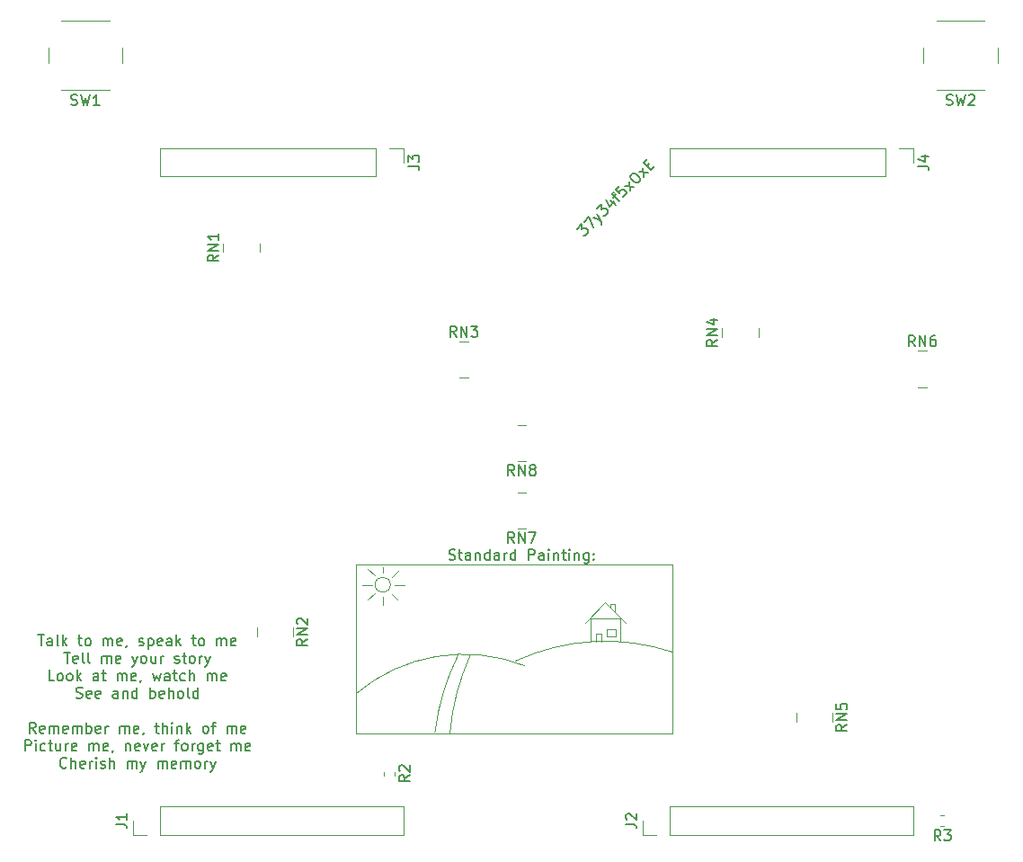
<source format=gbr>
G04 #@! TF.GenerationSoftware,KiCad,Pcbnew,5.1.5*
G04 #@! TF.CreationDate,2019-12-27T12:01:36+00:00*
G04 #@! TF.ProjectId,wkday,776b6461-792e-46b6-9963-61645f706362,rev?*
G04 #@! TF.SameCoordinates,Original*
G04 #@! TF.FileFunction,Legend,Top*
G04 #@! TF.FilePolarity,Positive*
%FSLAX46Y46*%
G04 Gerber Fmt 4.6, Leading zero omitted, Abs format (unit mm)*
G04 Created by KiCad (PCBNEW 5.1.5) date 2019-12-27 12:01:36*
%MOMM*%
%LPD*%
G04 APERTURE LIST*
%ADD10C,0.150000*%
%ADD11C,0.120000*%
G04 APERTURE END LIST*
D10*
X173842107Y-62365442D02*
X174279840Y-61927709D01*
X174313511Y-62432785D01*
X174414527Y-62331770D01*
X174515542Y-62298098D01*
X174582885Y-62298098D01*
X174683901Y-62331770D01*
X174852259Y-62500129D01*
X174885931Y-62601144D01*
X174885931Y-62668488D01*
X174852259Y-62769503D01*
X174650229Y-62971533D01*
X174549214Y-63005205D01*
X174481870Y-63005205D01*
X174515542Y-61692007D02*
X174986946Y-61220602D01*
X175391007Y-62230755D01*
X175424679Y-61254274D02*
X176064442Y-61557320D01*
X175761397Y-60917557D02*
X176064442Y-61557320D01*
X176165458Y-61793022D01*
X176165458Y-61860366D01*
X176131786Y-61961381D01*
X175727725Y-60479824D02*
X176165458Y-60042091D01*
X176199129Y-60547167D01*
X176300145Y-60446152D01*
X176401160Y-60412480D01*
X176468503Y-60412480D01*
X176569519Y-60446152D01*
X176737877Y-60614511D01*
X176771549Y-60715526D01*
X176771549Y-60782870D01*
X176737877Y-60883885D01*
X176535847Y-61085915D01*
X176434832Y-61119587D01*
X176367488Y-61119587D01*
X177007251Y-59671702D02*
X177478656Y-60143106D01*
X176569519Y-59570687D02*
X176906236Y-60244122D01*
X177343969Y-59806389D01*
X177276625Y-59402328D02*
X177546000Y-59132954D01*
X177849045Y-59772717D02*
X177242954Y-59166625D01*
X177209282Y-59065610D01*
X177242954Y-58964595D01*
X177310297Y-58897251D01*
X177882717Y-58324832D02*
X177546000Y-58661549D01*
X177849045Y-59031938D01*
X177849045Y-58964595D01*
X177882717Y-58863580D01*
X178051076Y-58695221D01*
X178152091Y-58661549D01*
X178219435Y-58661549D01*
X178320450Y-58695221D01*
X178488809Y-58863580D01*
X178522480Y-58964595D01*
X178522480Y-59031938D01*
X178488809Y-59132954D01*
X178320450Y-59301312D01*
X178219435Y-59334984D01*
X178152091Y-59334984D01*
X178859198Y-58762564D02*
X178758183Y-57920771D01*
X178387793Y-58291160D02*
X179229587Y-58392175D01*
X178926541Y-57281007D02*
X179061228Y-57146320D01*
X179162244Y-57112649D01*
X179296931Y-57112649D01*
X179465289Y-57213664D01*
X179700992Y-57449366D01*
X179802007Y-57617725D01*
X179802007Y-57752412D01*
X179768335Y-57853427D01*
X179633648Y-57988114D01*
X179532633Y-58021786D01*
X179397946Y-58021786D01*
X179229587Y-57920771D01*
X178993885Y-57685068D01*
X178892870Y-57516710D01*
X178892870Y-57382023D01*
X178926541Y-57281007D01*
X180172396Y-57449366D02*
X180071381Y-56607572D01*
X179700992Y-56977962D02*
X180542785Y-57078977D01*
X180441770Y-56439214D02*
X180677472Y-56203511D01*
X181148877Y-56472885D02*
X180812159Y-56809603D01*
X180105053Y-56102496D01*
X180441770Y-55765779D01*
D11*
X177419000Y-97663000D02*
X177419000Y-98425000D01*
X177038000Y-97663000D02*
X177419000Y-97663000D01*
X177038000Y-98044000D02*
X177038000Y-97663000D01*
D10*
X161822666Y-93495761D02*
X161965523Y-93543380D01*
X162203619Y-93543380D01*
X162298857Y-93495761D01*
X162346476Y-93448142D01*
X162394095Y-93352904D01*
X162394095Y-93257666D01*
X162346476Y-93162428D01*
X162298857Y-93114809D01*
X162203619Y-93067190D01*
X162013142Y-93019571D01*
X161917904Y-92971952D01*
X161870285Y-92924333D01*
X161822666Y-92829095D01*
X161822666Y-92733857D01*
X161870285Y-92638619D01*
X161917904Y-92591000D01*
X162013142Y-92543380D01*
X162251238Y-92543380D01*
X162394095Y-92591000D01*
X162679809Y-92876714D02*
X163060761Y-92876714D01*
X162822666Y-92543380D02*
X162822666Y-93400523D01*
X162870285Y-93495761D01*
X162965523Y-93543380D01*
X163060761Y-93543380D01*
X163822666Y-93543380D02*
X163822666Y-93019571D01*
X163775047Y-92924333D01*
X163679809Y-92876714D01*
X163489333Y-92876714D01*
X163394095Y-92924333D01*
X163822666Y-93495761D02*
X163727428Y-93543380D01*
X163489333Y-93543380D01*
X163394095Y-93495761D01*
X163346476Y-93400523D01*
X163346476Y-93305285D01*
X163394095Y-93210047D01*
X163489333Y-93162428D01*
X163727428Y-93162428D01*
X163822666Y-93114809D01*
X164298857Y-92876714D02*
X164298857Y-93543380D01*
X164298857Y-92971952D02*
X164346476Y-92924333D01*
X164441714Y-92876714D01*
X164584571Y-92876714D01*
X164679809Y-92924333D01*
X164727428Y-93019571D01*
X164727428Y-93543380D01*
X165632190Y-93543380D02*
X165632190Y-92543380D01*
X165632190Y-93495761D02*
X165536952Y-93543380D01*
X165346476Y-93543380D01*
X165251238Y-93495761D01*
X165203619Y-93448142D01*
X165156000Y-93352904D01*
X165156000Y-93067190D01*
X165203619Y-92971952D01*
X165251238Y-92924333D01*
X165346476Y-92876714D01*
X165536952Y-92876714D01*
X165632190Y-92924333D01*
X166536952Y-93543380D02*
X166536952Y-93019571D01*
X166489333Y-92924333D01*
X166394095Y-92876714D01*
X166203619Y-92876714D01*
X166108380Y-92924333D01*
X166536952Y-93495761D02*
X166441714Y-93543380D01*
X166203619Y-93543380D01*
X166108380Y-93495761D01*
X166060761Y-93400523D01*
X166060761Y-93305285D01*
X166108380Y-93210047D01*
X166203619Y-93162428D01*
X166441714Y-93162428D01*
X166536952Y-93114809D01*
X167013142Y-93543380D02*
X167013142Y-92876714D01*
X167013142Y-93067190D02*
X167060761Y-92971952D01*
X167108380Y-92924333D01*
X167203619Y-92876714D01*
X167298857Y-92876714D01*
X168060761Y-93543380D02*
X168060761Y-92543380D01*
X168060761Y-93495761D02*
X167965523Y-93543380D01*
X167775047Y-93543380D01*
X167679809Y-93495761D01*
X167632190Y-93448142D01*
X167584571Y-93352904D01*
X167584571Y-93067190D01*
X167632190Y-92971952D01*
X167679809Y-92924333D01*
X167775047Y-92876714D01*
X167965523Y-92876714D01*
X168060761Y-92924333D01*
X169298857Y-93543380D02*
X169298857Y-92543380D01*
X169679809Y-92543380D01*
X169775047Y-92591000D01*
X169822666Y-92638619D01*
X169870285Y-92733857D01*
X169870285Y-92876714D01*
X169822666Y-92971952D01*
X169775047Y-93019571D01*
X169679809Y-93067190D01*
X169298857Y-93067190D01*
X170727428Y-93543380D02*
X170727428Y-93019571D01*
X170679809Y-92924333D01*
X170584571Y-92876714D01*
X170394095Y-92876714D01*
X170298857Y-92924333D01*
X170727428Y-93495761D02*
X170632190Y-93543380D01*
X170394095Y-93543380D01*
X170298857Y-93495761D01*
X170251238Y-93400523D01*
X170251238Y-93305285D01*
X170298857Y-93210047D01*
X170394095Y-93162428D01*
X170632190Y-93162428D01*
X170727428Y-93114809D01*
X171203619Y-93543380D02*
X171203619Y-92876714D01*
X171203619Y-92543380D02*
X171156000Y-92591000D01*
X171203619Y-92638619D01*
X171251238Y-92591000D01*
X171203619Y-92543380D01*
X171203619Y-92638619D01*
X171679809Y-92876714D02*
X171679809Y-93543380D01*
X171679809Y-92971952D02*
X171727428Y-92924333D01*
X171822666Y-92876714D01*
X171965523Y-92876714D01*
X172060761Y-92924333D01*
X172108380Y-93019571D01*
X172108380Y-93543380D01*
X172441714Y-92876714D02*
X172822666Y-92876714D01*
X172584571Y-92543380D02*
X172584571Y-93400523D01*
X172632190Y-93495761D01*
X172727428Y-93543380D01*
X172822666Y-93543380D01*
X173156000Y-93543380D02*
X173156000Y-92876714D01*
X173156000Y-92543380D02*
X173108380Y-92591000D01*
X173156000Y-92638619D01*
X173203619Y-92591000D01*
X173156000Y-92543380D01*
X173156000Y-92638619D01*
X173632190Y-92876714D02*
X173632190Y-93543380D01*
X173632190Y-92971952D02*
X173679809Y-92924333D01*
X173775047Y-92876714D01*
X173917904Y-92876714D01*
X174013142Y-92924333D01*
X174060761Y-93019571D01*
X174060761Y-93543380D01*
X174965523Y-92876714D02*
X174965523Y-93686238D01*
X174917904Y-93781476D01*
X174870285Y-93829095D01*
X174775047Y-93876714D01*
X174632190Y-93876714D01*
X174536952Y-93829095D01*
X174965523Y-93495761D02*
X174870285Y-93543380D01*
X174679809Y-93543380D01*
X174584571Y-93495761D01*
X174536952Y-93448142D01*
X174489333Y-93352904D01*
X174489333Y-93067190D01*
X174536952Y-92971952D01*
X174584571Y-92924333D01*
X174679809Y-92876714D01*
X174870285Y-92876714D01*
X174965523Y-92924333D01*
X175441714Y-93448142D02*
X175489333Y-93495761D01*
X175441714Y-93543380D01*
X175394095Y-93495761D01*
X175441714Y-93448142D01*
X175441714Y-93543380D01*
X175441714Y-92924333D02*
X175489333Y-92971952D01*
X175441714Y-93019571D01*
X175394095Y-92971952D01*
X175441714Y-92924333D01*
X175441714Y-93019571D01*
D11*
X155575000Y-94742000D02*
X155575000Y-94234000D01*
X154813000Y-94996000D02*
X154178000Y-94361000D01*
X154559000Y-95885000D02*
X153670000Y-95885000D01*
X154813000Y-96647000D02*
X154178000Y-97282000D01*
X156464000Y-95123000D02*
X157099000Y-94488000D01*
X155575000Y-97028000D02*
X155575000Y-97790000D01*
X156464000Y-96774000D02*
X156972000Y-97282000D01*
X156718000Y-95885000D02*
X157607000Y-95885000D01*
X156293420Y-95885000D02*
G75*
G03X156293420Y-95885000I-718420J0D01*
G01*
X176530000Y-97536000D02*
X178435000Y-99441000D01*
X174625000Y-99441000D02*
X176530000Y-97536000D01*
X177546000Y-100076000D02*
X176657000Y-100076000D01*
X177546000Y-100711000D02*
X177546000Y-100076000D01*
X176657000Y-100711000D02*
X177546000Y-100711000D01*
X176657000Y-100076000D02*
X176657000Y-100711000D01*
X176149000Y-100457000D02*
X176149000Y-101219000D01*
X175641000Y-100457000D02*
X176149000Y-100457000D01*
X175641000Y-100457000D02*
X175641000Y-101219000D01*
X177927000Y-99060000D02*
X177927000Y-101219000D01*
X175133000Y-99060000D02*
X177927000Y-99060000D01*
X175133000Y-101219000D02*
X175133000Y-99060000D01*
X161898450Y-109830675D02*
G75*
G02X163830001Y-102489001I22251550J-1929325D01*
G01*
X160492927Y-109796958D02*
G75*
G02X162687001Y-102489001I21498073J-2471042D01*
G01*
X168073890Y-103071841D02*
G75*
G02X182879999Y-102235001I8456110J-18213159D01*
G01*
X153037708Y-106160245D02*
G75*
G02X168909999Y-103505001I10157292J-11949755D01*
G01*
X153035000Y-93980000D02*
X153035000Y-109855000D01*
X182880000Y-93980000D02*
X153035000Y-93980000D01*
X182880000Y-109855000D02*
X182880000Y-93980000D01*
X153035000Y-109855000D02*
X182880000Y-109855000D01*
D10*
X123103857Y-100611380D02*
X123675285Y-100611380D01*
X123389571Y-101611380D02*
X123389571Y-100611380D01*
X124437190Y-101611380D02*
X124437190Y-101087571D01*
X124389571Y-100992333D01*
X124294333Y-100944714D01*
X124103857Y-100944714D01*
X124008619Y-100992333D01*
X124437190Y-101563761D02*
X124341952Y-101611380D01*
X124103857Y-101611380D01*
X124008619Y-101563761D01*
X123961000Y-101468523D01*
X123961000Y-101373285D01*
X124008619Y-101278047D01*
X124103857Y-101230428D01*
X124341952Y-101230428D01*
X124437190Y-101182809D01*
X125056238Y-101611380D02*
X124961000Y-101563761D01*
X124913380Y-101468523D01*
X124913380Y-100611380D01*
X125437190Y-101611380D02*
X125437190Y-100611380D01*
X125532428Y-101230428D02*
X125818142Y-101611380D01*
X125818142Y-100944714D02*
X125437190Y-101325666D01*
X126865761Y-100944714D02*
X127246714Y-100944714D01*
X127008619Y-100611380D02*
X127008619Y-101468523D01*
X127056238Y-101563761D01*
X127151476Y-101611380D01*
X127246714Y-101611380D01*
X127722904Y-101611380D02*
X127627666Y-101563761D01*
X127580047Y-101516142D01*
X127532428Y-101420904D01*
X127532428Y-101135190D01*
X127580047Y-101039952D01*
X127627666Y-100992333D01*
X127722904Y-100944714D01*
X127865761Y-100944714D01*
X127961000Y-100992333D01*
X128008619Y-101039952D01*
X128056238Y-101135190D01*
X128056238Y-101420904D01*
X128008619Y-101516142D01*
X127961000Y-101563761D01*
X127865761Y-101611380D01*
X127722904Y-101611380D01*
X129246714Y-101611380D02*
X129246714Y-100944714D01*
X129246714Y-101039952D02*
X129294333Y-100992333D01*
X129389571Y-100944714D01*
X129532428Y-100944714D01*
X129627666Y-100992333D01*
X129675285Y-101087571D01*
X129675285Y-101611380D01*
X129675285Y-101087571D02*
X129722904Y-100992333D01*
X129818142Y-100944714D01*
X129961000Y-100944714D01*
X130056238Y-100992333D01*
X130103857Y-101087571D01*
X130103857Y-101611380D01*
X130961000Y-101563761D02*
X130865761Y-101611380D01*
X130675285Y-101611380D01*
X130580047Y-101563761D01*
X130532428Y-101468523D01*
X130532428Y-101087571D01*
X130580047Y-100992333D01*
X130675285Y-100944714D01*
X130865761Y-100944714D01*
X130961000Y-100992333D01*
X131008619Y-101087571D01*
X131008619Y-101182809D01*
X130532428Y-101278047D01*
X131484809Y-101563761D02*
X131484809Y-101611380D01*
X131437190Y-101706619D01*
X131389571Y-101754238D01*
X132627666Y-101563761D02*
X132722904Y-101611380D01*
X132913380Y-101611380D01*
X133008619Y-101563761D01*
X133056238Y-101468523D01*
X133056238Y-101420904D01*
X133008619Y-101325666D01*
X132913380Y-101278047D01*
X132770523Y-101278047D01*
X132675285Y-101230428D01*
X132627666Y-101135190D01*
X132627666Y-101087571D01*
X132675285Y-100992333D01*
X132770523Y-100944714D01*
X132913380Y-100944714D01*
X133008619Y-100992333D01*
X133484809Y-100944714D02*
X133484809Y-101944714D01*
X133484809Y-100992333D02*
X133580047Y-100944714D01*
X133770523Y-100944714D01*
X133865761Y-100992333D01*
X133913380Y-101039952D01*
X133961000Y-101135190D01*
X133961000Y-101420904D01*
X133913380Y-101516142D01*
X133865761Y-101563761D01*
X133770523Y-101611380D01*
X133580047Y-101611380D01*
X133484809Y-101563761D01*
X134770523Y-101563761D02*
X134675285Y-101611380D01*
X134484809Y-101611380D01*
X134389571Y-101563761D01*
X134341952Y-101468523D01*
X134341952Y-101087571D01*
X134389571Y-100992333D01*
X134484809Y-100944714D01*
X134675285Y-100944714D01*
X134770523Y-100992333D01*
X134818142Y-101087571D01*
X134818142Y-101182809D01*
X134341952Y-101278047D01*
X135675285Y-101611380D02*
X135675285Y-101087571D01*
X135627666Y-100992333D01*
X135532428Y-100944714D01*
X135341952Y-100944714D01*
X135246714Y-100992333D01*
X135675285Y-101563761D02*
X135580047Y-101611380D01*
X135341952Y-101611380D01*
X135246714Y-101563761D01*
X135199095Y-101468523D01*
X135199095Y-101373285D01*
X135246714Y-101278047D01*
X135341952Y-101230428D01*
X135580047Y-101230428D01*
X135675285Y-101182809D01*
X136151476Y-101611380D02*
X136151476Y-100611380D01*
X136246714Y-101230428D02*
X136532428Y-101611380D01*
X136532428Y-100944714D02*
X136151476Y-101325666D01*
X137580047Y-100944714D02*
X137961000Y-100944714D01*
X137722904Y-100611380D02*
X137722904Y-101468523D01*
X137770523Y-101563761D01*
X137865761Y-101611380D01*
X137961000Y-101611380D01*
X138437190Y-101611380D02*
X138341952Y-101563761D01*
X138294333Y-101516142D01*
X138246714Y-101420904D01*
X138246714Y-101135190D01*
X138294333Y-101039952D01*
X138341952Y-100992333D01*
X138437190Y-100944714D01*
X138580047Y-100944714D01*
X138675285Y-100992333D01*
X138722904Y-101039952D01*
X138770523Y-101135190D01*
X138770523Y-101420904D01*
X138722904Y-101516142D01*
X138675285Y-101563761D01*
X138580047Y-101611380D01*
X138437190Y-101611380D01*
X139961000Y-101611380D02*
X139961000Y-100944714D01*
X139961000Y-101039952D02*
X140008619Y-100992333D01*
X140103857Y-100944714D01*
X140246714Y-100944714D01*
X140341952Y-100992333D01*
X140389571Y-101087571D01*
X140389571Y-101611380D01*
X140389571Y-101087571D02*
X140437190Y-100992333D01*
X140532428Y-100944714D01*
X140675285Y-100944714D01*
X140770523Y-100992333D01*
X140818142Y-101087571D01*
X140818142Y-101611380D01*
X141675285Y-101563761D02*
X141580047Y-101611380D01*
X141389571Y-101611380D01*
X141294333Y-101563761D01*
X141246714Y-101468523D01*
X141246714Y-101087571D01*
X141294333Y-100992333D01*
X141389571Y-100944714D01*
X141580047Y-100944714D01*
X141675285Y-100992333D01*
X141722904Y-101087571D01*
X141722904Y-101182809D01*
X141246714Y-101278047D01*
X125556238Y-102261380D02*
X126127666Y-102261380D01*
X125841952Y-103261380D02*
X125841952Y-102261380D01*
X126841952Y-103213761D02*
X126746714Y-103261380D01*
X126556238Y-103261380D01*
X126461000Y-103213761D01*
X126413380Y-103118523D01*
X126413380Y-102737571D01*
X126461000Y-102642333D01*
X126556238Y-102594714D01*
X126746714Y-102594714D01*
X126841952Y-102642333D01*
X126889571Y-102737571D01*
X126889571Y-102832809D01*
X126413380Y-102928047D01*
X127461000Y-103261380D02*
X127365761Y-103213761D01*
X127318142Y-103118523D01*
X127318142Y-102261380D01*
X127984809Y-103261380D02*
X127889571Y-103213761D01*
X127841952Y-103118523D01*
X127841952Y-102261380D01*
X129127666Y-103261380D02*
X129127666Y-102594714D01*
X129127666Y-102689952D02*
X129175285Y-102642333D01*
X129270523Y-102594714D01*
X129413380Y-102594714D01*
X129508619Y-102642333D01*
X129556238Y-102737571D01*
X129556238Y-103261380D01*
X129556238Y-102737571D02*
X129603857Y-102642333D01*
X129699095Y-102594714D01*
X129841952Y-102594714D01*
X129937190Y-102642333D01*
X129984809Y-102737571D01*
X129984809Y-103261380D01*
X130841952Y-103213761D02*
X130746714Y-103261380D01*
X130556238Y-103261380D01*
X130461000Y-103213761D01*
X130413380Y-103118523D01*
X130413380Y-102737571D01*
X130461000Y-102642333D01*
X130556238Y-102594714D01*
X130746714Y-102594714D01*
X130841952Y-102642333D01*
X130889571Y-102737571D01*
X130889571Y-102832809D01*
X130413380Y-102928047D01*
X131984809Y-102594714D02*
X132222904Y-103261380D01*
X132461000Y-102594714D02*
X132222904Y-103261380D01*
X132127666Y-103499476D01*
X132080047Y-103547095D01*
X131984809Y-103594714D01*
X132984809Y-103261380D02*
X132889571Y-103213761D01*
X132841952Y-103166142D01*
X132794333Y-103070904D01*
X132794333Y-102785190D01*
X132841952Y-102689952D01*
X132889571Y-102642333D01*
X132984809Y-102594714D01*
X133127666Y-102594714D01*
X133222904Y-102642333D01*
X133270523Y-102689952D01*
X133318142Y-102785190D01*
X133318142Y-103070904D01*
X133270523Y-103166142D01*
X133222904Y-103213761D01*
X133127666Y-103261380D01*
X132984809Y-103261380D01*
X134175285Y-102594714D02*
X134175285Y-103261380D01*
X133746714Y-102594714D02*
X133746714Y-103118523D01*
X133794333Y-103213761D01*
X133889571Y-103261380D01*
X134032428Y-103261380D01*
X134127666Y-103213761D01*
X134175285Y-103166142D01*
X134651476Y-103261380D02*
X134651476Y-102594714D01*
X134651476Y-102785190D02*
X134699095Y-102689952D01*
X134746714Y-102642333D01*
X134841952Y-102594714D01*
X134937190Y-102594714D01*
X135984809Y-103213761D02*
X136080047Y-103261380D01*
X136270523Y-103261380D01*
X136365761Y-103213761D01*
X136413380Y-103118523D01*
X136413380Y-103070904D01*
X136365761Y-102975666D01*
X136270523Y-102928047D01*
X136127666Y-102928047D01*
X136032428Y-102880428D01*
X135984809Y-102785190D01*
X135984809Y-102737571D01*
X136032428Y-102642333D01*
X136127666Y-102594714D01*
X136270523Y-102594714D01*
X136365761Y-102642333D01*
X136699095Y-102594714D02*
X137080047Y-102594714D01*
X136841952Y-102261380D02*
X136841952Y-103118523D01*
X136889571Y-103213761D01*
X136984809Y-103261380D01*
X137080047Y-103261380D01*
X137556238Y-103261380D02*
X137461000Y-103213761D01*
X137413380Y-103166142D01*
X137365761Y-103070904D01*
X137365761Y-102785190D01*
X137413380Y-102689952D01*
X137461000Y-102642333D01*
X137556238Y-102594714D01*
X137699095Y-102594714D01*
X137794333Y-102642333D01*
X137841952Y-102689952D01*
X137889571Y-102785190D01*
X137889571Y-103070904D01*
X137841952Y-103166142D01*
X137794333Y-103213761D01*
X137699095Y-103261380D01*
X137556238Y-103261380D01*
X138318142Y-103261380D02*
X138318142Y-102594714D01*
X138318142Y-102785190D02*
X138365761Y-102689952D01*
X138413380Y-102642333D01*
X138508619Y-102594714D01*
X138603857Y-102594714D01*
X138841952Y-102594714D02*
X139080047Y-103261380D01*
X139318142Y-102594714D02*
X139080047Y-103261380D01*
X138984809Y-103499476D01*
X138937190Y-103547095D01*
X138841952Y-103594714D01*
X124627666Y-104911380D02*
X124151476Y-104911380D01*
X124151476Y-103911380D01*
X125103857Y-104911380D02*
X125008619Y-104863761D01*
X124961000Y-104816142D01*
X124913380Y-104720904D01*
X124913380Y-104435190D01*
X124961000Y-104339952D01*
X125008619Y-104292333D01*
X125103857Y-104244714D01*
X125246714Y-104244714D01*
X125341952Y-104292333D01*
X125389571Y-104339952D01*
X125437190Y-104435190D01*
X125437190Y-104720904D01*
X125389571Y-104816142D01*
X125341952Y-104863761D01*
X125246714Y-104911380D01*
X125103857Y-104911380D01*
X126008619Y-104911380D02*
X125913380Y-104863761D01*
X125865761Y-104816142D01*
X125818142Y-104720904D01*
X125818142Y-104435190D01*
X125865761Y-104339952D01*
X125913380Y-104292333D01*
X126008619Y-104244714D01*
X126151476Y-104244714D01*
X126246714Y-104292333D01*
X126294333Y-104339952D01*
X126341952Y-104435190D01*
X126341952Y-104720904D01*
X126294333Y-104816142D01*
X126246714Y-104863761D01*
X126151476Y-104911380D01*
X126008619Y-104911380D01*
X126770523Y-104911380D02*
X126770523Y-103911380D01*
X126865761Y-104530428D02*
X127151476Y-104911380D01*
X127151476Y-104244714D02*
X126770523Y-104625666D01*
X128770523Y-104911380D02*
X128770523Y-104387571D01*
X128722904Y-104292333D01*
X128627666Y-104244714D01*
X128437190Y-104244714D01*
X128341952Y-104292333D01*
X128770523Y-104863761D02*
X128675285Y-104911380D01*
X128437190Y-104911380D01*
X128341952Y-104863761D01*
X128294333Y-104768523D01*
X128294333Y-104673285D01*
X128341952Y-104578047D01*
X128437190Y-104530428D01*
X128675285Y-104530428D01*
X128770523Y-104482809D01*
X129103857Y-104244714D02*
X129484809Y-104244714D01*
X129246714Y-103911380D02*
X129246714Y-104768523D01*
X129294333Y-104863761D01*
X129389571Y-104911380D01*
X129484809Y-104911380D01*
X130580047Y-104911380D02*
X130580047Y-104244714D01*
X130580047Y-104339952D02*
X130627666Y-104292333D01*
X130722904Y-104244714D01*
X130865761Y-104244714D01*
X130961000Y-104292333D01*
X131008619Y-104387571D01*
X131008619Y-104911380D01*
X131008619Y-104387571D02*
X131056238Y-104292333D01*
X131151476Y-104244714D01*
X131294333Y-104244714D01*
X131389571Y-104292333D01*
X131437190Y-104387571D01*
X131437190Y-104911380D01*
X132294333Y-104863761D02*
X132199095Y-104911380D01*
X132008619Y-104911380D01*
X131913380Y-104863761D01*
X131865761Y-104768523D01*
X131865761Y-104387571D01*
X131913380Y-104292333D01*
X132008619Y-104244714D01*
X132199095Y-104244714D01*
X132294333Y-104292333D01*
X132341952Y-104387571D01*
X132341952Y-104482809D01*
X131865761Y-104578047D01*
X132818142Y-104863761D02*
X132818142Y-104911380D01*
X132770523Y-105006619D01*
X132722904Y-105054238D01*
X133913380Y-104244714D02*
X134103857Y-104911380D01*
X134294333Y-104435190D01*
X134484809Y-104911380D01*
X134675285Y-104244714D01*
X135484809Y-104911380D02*
X135484809Y-104387571D01*
X135437190Y-104292333D01*
X135341952Y-104244714D01*
X135151476Y-104244714D01*
X135056238Y-104292333D01*
X135484809Y-104863761D02*
X135389571Y-104911380D01*
X135151476Y-104911380D01*
X135056238Y-104863761D01*
X135008619Y-104768523D01*
X135008619Y-104673285D01*
X135056238Y-104578047D01*
X135151476Y-104530428D01*
X135389571Y-104530428D01*
X135484809Y-104482809D01*
X135818142Y-104244714D02*
X136199095Y-104244714D01*
X135961000Y-103911380D02*
X135961000Y-104768523D01*
X136008619Y-104863761D01*
X136103857Y-104911380D01*
X136199095Y-104911380D01*
X136961000Y-104863761D02*
X136865761Y-104911380D01*
X136675285Y-104911380D01*
X136580047Y-104863761D01*
X136532428Y-104816142D01*
X136484809Y-104720904D01*
X136484809Y-104435190D01*
X136532428Y-104339952D01*
X136580047Y-104292333D01*
X136675285Y-104244714D01*
X136865761Y-104244714D01*
X136961000Y-104292333D01*
X137389571Y-104911380D02*
X137389571Y-103911380D01*
X137818142Y-104911380D02*
X137818142Y-104387571D01*
X137770523Y-104292333D01*
X137675285Y-104244714D01*
X137532428Y-104244714D01*
X137437190Y-104292333D01*
X137389571Y-104339952D01*
X139056238Y-104911380D02*
X139056238Y-104244714D01*
X139056238Y-104339952D02*
X139103857Y-104292333D01*
X139199095Y-104244714D01*
X139341952Y-104244714D01*
X139437190Y-104292333D01*
X139484809Y-104387571D01*
X139484809Y-104911380D01*
X139484809Y-104387571D02*
X139532428Y-104292333D01*
X139627666Y-104244714D01*
X139770523Y-104244714D01*
X139865761Y-104292333D01*
X139913380Y-104387571D01*
X139913380Y-104911380D01*
X140770523Y-104863761D02*
X140675285Y-104911380D01*
X140484809Y-104911380D01*
X140389571Y-104863761D01*
X140341952Y-104768523D01*
X140341952Y-104387571D01*
X140389571Y-104292333D01*
X140484809Y-104244714D01*
X140675285Y-104244714D01*
X140770523Y-104292333D01*
X140818142Y-104387571D01*
X140818142Y-104482809D01*
X140341952Y-104578047D01*
X126699095Y-106513761D02*
X126841952Y-106561380D01*
X127080047Y-106561380D01*
X127175285Y-106513761D01*
X127222904Y-106466142D01*
X127270523Y-106370904D01*
X127270523Y-106275666D01*
X127222904Y-106180428D01*
X127175285Y-106132809D01*
X127080047Y-106085190D01*
X126889571Y-106037571D01*
X126794333Y-105989952D01*
X126746714Y-105942333D01*
X126699095Y-105847095D01*
X126699095Y-105751857D01*
X126746714Y-105656619D01*
X126794333Y-105609000D01*
X126889571Y-105561380D01*
X127127666Y-105561380D01*
X127270523Y-105609000D01*
X128080047Y-106513761D02*
X127984809Y-106561380D01*
X127794333Y-106561380D01*
X127699095Y-106513761D01*
X127651476Y-106418523D01*
X127651476Y-106037571D01*
X127699095Y-105942333D01*
X127794333Y-105894714D01*
X127984809Y-105894714D01*
X128080047Y-105942333D01*
X128127666Y-106037571D01*
X128127666Y-106132809D01*
X127651476Y-106228047D01*
X128937190Y-106513761D02*
X128841952Y-106561380D01*
X128651476Y-106561380D01*
X128556238Y-106513761D01*
X128508619Y-106418523D01*
X128508619Y-106037571D01*
X128556238Y-105942333D01*
X128651476Y-105894714D01*
X128841952Y-105894714D01*
X128937190Y-105942333D01*
X128984809Y-106037571D01*
X128984809Y-106132809D01*
X128508619Y-106228047D01*
X130603857Y-106561380D02*
X130603857Y-106037571D01*
X130556238Y-105942333D01*
X130461000Y-105894714D01*
X130270523Y-105894714D01*
X130175285Y-105942333D01*
X130603857Y-106513761D02*
X130508619Y-106561380D01*
X130270523Y-106561380D01*
X130175285Y-106513761D01*
X130127666Y-106418523D01*
X130127666Y-106323285D01*
X130175285Y-106228047D01*
X130270523Y-106180428D01*
X130508619Y-106180428D01*
X130603857Y-106132809D01*
X131080047Y-105894714D02*
X131080047Y-106561380D01*
X131080047Y-105989952D02*
X131127666Y-105942333D01*
X131222904Y-105894714D01*
X131365761Y-105894714D01*
X131461000Y-105942333D01*
X131508619Y-106037571D01*
X131508619Y-106561380D01*
X132413380Y-106561380D02*
X132413380Y-105561380D01*
X132413380Y-106513761D02*
X132318142Y-106561380D01*
X132127666Y-106561380D01*
X132032428Y-106513761D01*
X131984809Y-106466142D01*
X131937190Y-106370904D01*
X131937190Y-106085190D01*
X131984809Y-105989952D01*
X132032428Y-105942333D01*
X132127666Y-105894714D01*
X132318142Y-105894714D01*
X132413380Y-105942333D01*
X133651476Y-106561380D02*
X133651476Y-105561380D01*
X133651476Y-105942333D02*
X133746714Y-105894714D01*
X133937190Y-105894714D01*
X134032428Y-105942333D01*
X134080047Y-105989952D01*
X134127666Y-106085190D01*
X134127666Y-106370904D01*
X134080047Y-106466142D01*
X134032428Y-106513761D01*
X133937190Y-106561380D01*
X133746714Y-106561380D01*
X133651476Y-106513761D01*
X134937190Y-106513761D02*
X134841952Y-106561380D01*
X134651476Y-106561380D01*
X134556238Y-106513761D01*
X134508619Y-106418523D01*
X134508619Y-106037571D01*
X134556238Y-105942333D01*
X134651476Y-105894714D01*
X134841952Y-105894714D01*
X134937190Y-105942333D01*
X134984809Y-106037571D01*
X134984809Y-106132809D01*
X134508619Y-106228047D01*
X135413380Y-106561380D02*
X135413380Y-105561380D01*
X135841952Y-106561380D02*
X135841952Y-106037571D01*
X135794333Y-105942333D01*
X135699095Y-105894714D01*
X135556238Y-105894714D01*
X135461000Y-105942333D01*
X135413380Y-105989952D01*
X136461000Y-106561380D02*
X136365761Y-106513761D01*
X136318142Y-106466142D01*
X136270523Y-106370904D01*
X136270523Y-106085190D01*
X136318142Y-105989952D01*
X136365761Y-105942333D01*
X136461000Y-105894714D01*
X136603857Y-105894714D01*
X136699095Y-105942333D01*
X136746714Y-105989952D01*
X136794333Y-106085190D01*
X136794333Y-106370904D01*
X136746714Y-106466142D01*
X136699095Y-106513761D01*
X136603857Y-106561380D01*
X136461000Y-106561380D01*
X137365761Y-106561380D02*
X137270523Y-106513761D01*
X137222904Y-106418523D01*
X137222904Y-105561380D01*
X138175285Y-106561380D02*
X138175285Y-105561380D01*
X138175285Y-106513761D02*
X138080047Y-106561380D01*
X137889571Y-106561380D01*
X137794333Y-106513761D01*
X137746714Y-106466142D01*
X137699095Y-106370904D01*
X137699095Y-106085190D01*
X137746714Y-105989952D01*
X137794333Y-105942333D01*
X137889571Y-105894714D01*
X138080047Y-105894714D01*
X138175285Y-105942333D01*
X122865761Y-109861380D02*
X122532428Y-109385190D01*
X122294333Y-109861380D02*
X122294333Y-108861380D01*
X122675285Y-108861380D01*
X122770523Y-108909000D01*
X122818142Y-108956619D01*
X122865761Y-109051857D01*
X122865761Y-109194714D01*
X122818142Y-109289952D01*
X122770523Y-109337571D01*
X122675285Y-109385190D01*
X122294333Y-109385190D01*
X123675285Y-109813761D02*
X123580047Y-109861380D01*
X123389571Y-109861380D01*
X123294333Y-109813761D01*
X123246714Y-109718523D01*
X123246714Y-109337571D01*
X123294333Y-109242333D01*
X123389571Y-109194714D01*
X123580047Y-109194714D01*
X123675285Y-109242333D01*
X123722904Y-109337571D01*
X123722904Y-109432809D01*
X123246714Y-109528047D01*
X124151476Y-109861380D02*
X124151476Y-109194714D01*
X124151476Y-109289952D02*
X124199095Y-109242333D01*
X124294333Y-109194714D01*
X124437190Y-109194714D01*
X124532428Y-109242333D01*
X124580047Y-109337571D01*
X124580047Y-109861380D01*
X124580047Y-109337571D02*
X124627666Y-109242333D01*
X124722904Y-109194714D01*
X124865761Y-109194714D01*
X124961000Y-109242333D01*
X125008619Y-109337571D01*
X125008619Y-109861380D01*
X125865761Y-109813761D02*
X125770523Y-109861380D01*
X125580047Y-109861380D01*
X125484809Y-109813761D01*
X125437190Y-109718523D01*
X125437190Y-109337571D01*
X125484809Y-109242333D01*
X125580047Y-109194714D01*
X125770523Y-109194714D01*
X125865761Y-109242333D01*
X125913380Y-109337571D01*
X125913380Y-109432809D01*
X125437190Y-109528047D01*
X126341952Y-109861380D02*
X126341952Y-109194714D01*
X126341952Y-109289952D02*
X126389571Y-109242333D01*
X126484809Y-109194714D01*
X126627666Y-109194714D01*
X126722904Y-109242333D01*
X126770523Y-109337571D01*
X126770523Y-109861380D01*
X126770523Y-109337571D02*
X126818142Y-109242333D01*
X126913380Y-109194714D01*
X127056238Y-109194714D01*
X127151476Y-109242333D01*
X127199095Y-109337571D01*
X127199095Y-109861380D01*
X127675285Y-109861380D02*
X127675285Y-108861380D01*
X127675285Y-109242333D02*
X127770523Y-109194714D01*
X127961000Y-109194714D01*
X128056238Y-109242333D01*
X128103857Y-109289952D01*
X128151476Y-109385190D01*
X128151476Y-109670904D01*
X128103857Y-109766142D01*
X128056238Y-109813761D01*
X127961000Y-109861380D01*
X127770523Y-109861380D01*
X127675285Y-109813761D01*
X128961000Y-109813761D02*
X128865761Y-109861380D01*
X128675285Y-109861380D01*
X128580047Y-109813761D01*
X128532428Y-109718523D01*
X128532428Y-109337571D01*
X128580047Y-109242333D01*
X128675285Y-109194714D01*
X128865761Y-109194714D01*
X128961000Y-109242333D01*
X129008619Y-109337571D01*
X129008619Y-109432809D01*
X128532428Y-109528047D01*
X129437190Y-109861380D02*
X129437190Y-109194714D01*
X129437190Y-109385190D02*
X129484809Y-109289952D01*
X129532428Y-109242333D01*
X129627666Y-109194714D01*
X129722904Y-109194714D01*
X130818142Y-109861380D02*
X130818142Y-109194714D01*
X130818142Y-109289952D02*
X130865761Y-109242333D01*
X130961000Y-109194714D01*
X131103857Y-109194714D01*
X131199095Y-109242333D01*
X131246714Y-109337571D01*
X131246714Y-109861380D01*
X131246714Y-109337571D02*
X131294333Y-109242333D01*
X131389571Y-109194714D01*
X131532428Y-109194714D01*
X131627666Y-109242333D01*
X131675285Y-109337571D01*
X131675285Y-109861380D01*
X132532428Y-109813761D02*
X132437190Y-109861380D01*
X132246714Y-109861380D01*
X132151476Y-109813761D01*
X132103857Y-109718523D01*
X132103857Y-109337571D01*
X132151476Y-109242333D01*
X132246714Y-109194714D01*
X132437190Y-109194714D01*
X132532428Y-109242333D01*
X132580047Y-109337571D01*
X132580047Y-109432809D01*
X132103857Y-109528047D01*
X133056238Y-109813761D02*
X133056238Y-109861380D01*
X133008619Y-109956619D01*
X132961000Y-110004238D01*
X134103857Y-109194714D02*
X134484809Y-109194714D01*
X134246714Y-108861380D02*
X134246714Y-109718523D01*
X134294333Y-109813761D01*
X134389571Y-109861380D01*
X134484809Y-109861380D01*
X134818142Y-109861380D02*
X134818142Y-108861380D01*
X135246714Y-109861380D02*
X135246714Y-109337571D01*
X135199095Y-109242333D01*
X135103857Y-109194714D01*
X134961000Y-109194714D01*
X134865761Y-109242333D01*
X134818142Y-109289952D01*
X135722904Y-109861380D02*
X135722904Y-109194714D01*
X135722904Y-108861380D02*
X135675285Y-108909000D01*
X135722904Y-108956619D01*
X135770523Y-108909000D01*
X135722904Y-108861380D01*
X135722904Y-108956619D01*
X136199095Y-109194714D02*
X136199095Y-109861380D01*
X136199095Y-109289952D02*
X136246714Y-109242333D01*
X136341952Y-109194714D01*
X136484809Y-109194714D01*
X136580047Y-109242333D01*
X136627666Y-109337571D01*
X136627666Y-109861380D01*
X137103857Y-109861380D02*
X137103857Y-108861380D01*
X137199095Y-109480428D02*
X137484809Y-109861380D01*
X137484809Y-109194714D02*
X137103857Y-109575666D01*
X138818142Y-109861380D02*
X138722904Y-109813761D01*
X138675285Y-109766142D01*
X138627666Y-109670904D01*
X138627666Y-109385190D01*
X138675285Y-109289952D01*
X138722904Y-109242333D01*
X138818142Y-109194714D01*
X138961000Y-109194714D01*
X139056238Y-109242333D01*
X139103857Y-109289952D01*
X139151476Y-109385190D01*
X139151476Y-109670904D01*
X139103857Y-109766142D01*
X139056238Y-109813761D01*
X138961000Y-109861380D01*
X138818142Y-109861380D01*
X139437190Y-109194714D02*
X139818142Y-109194714D01*
X139580047Y-109861380D02*
X139580047Y-109004238D01*
X139627666Y-108909000D01*
X139722904Y-108861380D01*
X139818142Y-108861380D01*
X140913380Y-109861380D02*
X140913380Y-109194714D01*
X140913380Y-109289952D02*
X140961000Y-109242333D01*
X141056238Y-109194714D01*
X141199095Y-109194714D01*
X141294333Y-109242333D01*
X141341952Y-109337571D01*
X141341952Y-109861380D01*
X141341952Y-109337571D02*
X141389571Y-109242333D01*
X141484809Y-109194714D01*
X141627666Y-109194714D01*
X141722904Y-109242333D01*
X141770523Y-109337571D01*
X141770523Y-109861380D01*
X142627666Y-109813761D02*
X142532428Y-109861380D01*
X142341952Y-109861380D01*
X142246714Y-109813761D01*
X142199095Y-109718523D01*
X142199095Y-109337571D01*
X142246714Y-109242333D01*
X142341952Y-109194714D01*
X142532428Y-109194714D01*
X142627666Y-109242333D01*
X142675285Y-109337571D01*
X142675285Y-109432809D01*
X142199095Y-109528047D01*
X121889571Y-111511380D02*
X121889571Y-110511380D01*
X122270523Y-110511380D01*
X122365761Y-110559000D01*
X122413380Y-110606619D01*
X122461000Y-110701857D01*
X122461000Y-110844714D01*
X122413380Y-110939952D01*
X122365761Y-110987571D01*
X122270523Y-111035190D01*
X121889571Y-111035190D01*
X122889571Y-111511380D02*
X122889571Y-110844714D01*
X122889571Y-110511380D02*
X122841952Y-110559000D01*
X122889571Y-110606619D01*
X122937190Y-110559000D01*
X122889571Y-110511380D01*
X122889571Y-110606619D01*
X123794333Y-111463761D02*
X123699095Y-111511380D01*
X123508619Y-111511380D01*
X123413380Y-111463761D01*
X123365761Y-111416142D01*
X123318142Y-111320904D01*
X123318142Y-111035190D01*
X123365761Y-110939952D01*
X123413380Y-110892333D01*
X123508619Y-110844714D01*
X123699095Y-110844714D01*
X123794333Y-110892333D01*
X124080047Y-110844714D02*
X124461000Y-110844714D01*
X124222904Y-110511380D02*
X124222904Y-111368523D01*
X124270523Y-111463761D01*
X124365761Y-111511380D01*
X124461000Y-111511380D01*
X125222904Y-110844714D02*
X125222904Y-111511380D01*
X124794333Y-110844714D02*
X124794333Y-111368523D01*
X124841952Y-111463761D01*
X124937190Y-111511380D01*
X125080047Y-111511380D01*
X125175285Y-111463761D01*
X125222904Y-111416142D01*
X125699095Y-111511380D02*
X125699095Y-110844714D01*
X125699095Y-111035190D02*
X125746714Y-110939952D01*
X125794333Y-110892333D01*
X125889571Y-110844714D01*
X125984809Y-110844714D01*
X126699095Y-111463761D02*
X126603857Y-111511380D01*
X126413380Y-111511380D01*
X126318142Y-111463761D01*
X126270523Y-111368523D01*
X126270523Y-110987571D01*
X126318142Y-110892333D01*
X126413380Y-110844714D01*
X126603857Y-110844714D01*
X126699095Y-110892333D01*
X126746714Y-110987571D01*
X126746714Y-111082809D01*
X126270523Y-111178047D01*
X127937190Y-111511380D02*
X127937190Y-110844714D01*
X127937190Y-110939952D02*
X127984809Y-110892333D01*
X128080047Y-110844714D01*
X128222904Y-110844714D01*
X128318142Y-110892333D01*
X128365761Y-110987571D01*
X128365761Y-111511380D01*
X128365761Y-110987571D02*
X128413380Y-110892333D01*
X128508619Y-110844714D01*
X128651476Y-110844714D01*
X128746714Y-110892333D01*
X128794333Y-110987571D01*
X128794333Y-111511380D01*
X129651476Y-111463761D02*
X129556238Y-111511380D01*
X129365761Y-111511380D01*
X129270523Y-111463761D01*
X129222904Y-111368523D01*
X129222904Y-110987571D01*
X129270523Y-110892333D01*
X129365761Y-110844714D01*
X129556238Y-110844714D01*
X129651476Y-110892333D01*
X129699095Y-110987571D01*
X129699095Y-111082809D01*
X129222904Y-111178047D01*
X130175285Y-111463761D02*
X130175285Y-111511380D01*
X130127666Y-111606619D01*
X130080047Y-111654238D01*
X131365761Y-110844714D02*
X131365761Y-111511380D01*
X131365761Y-110939952D02*
X131413380Y-110892333D01*
X131508619Y-110844714D01*
X131651476Y-110844714D01*
X131746714Y-110892333D01*
X131794333Y-110987571D01*
X131794333Y-111511380D01*
X132651476Y-111463761D02*
X132556238Y-111511380D01*
X132365761Y-111511380D01*
X132270523Y-111463761D01*
X132222904Y-111368523D01*
X132222904Y-110987571D01*
X132270523Y-110892333D01*
X132365761Y-110844714D01*
X132556238Y-110844714D01*
X132651476Y-110892333D01*
X132699095Y-110987571D01*
X132699095Y-111082809D01*
X132222904Y-111178047D01*
X133032428Y-110844714D02*
X133270523Y-111511380D01*
X133508619Y-110844714D01*
X134270523Y-111463761D02*
X134175285Y-111511380D01*
X133984809Y-111511380D01*
X133889571Y-111463761D01*
X133841952Y-111368523D01*
X133841952Y-110987571D01*
X133889571Y-110892333D01*
X133984809Y-110844714D01*
X134175285Y-110844714D01*
X134270523Y-110892333D01*
X134318142Y-110987571D01*
X134318142Y-111082809D01*
X133841952Y-111178047D01*
X134746714Y-111511380D02*
X134746714Y-110844714D01*
X134746714Y-111035190D02*
X134794333Y-110939952D01*
X134841952Y-110892333D01*
X134937190Y-110844714D01*
X135032428Y-110844714D01*
X135984809Y-110844714D02*
X136365761Y-110844714D01*
X136127666Y-111511380D02*
X136127666Y-110654238D01*
X136175285Y-110559000D01*
X136270523Y-110511380D01*
X136365761Y-110511380D01*
X136841952Y-111511380D02*
X136746714Y-111463761D01*
X136699095Y-111416142D01*
X136651476Y-111320904D01*
X136651476Y-111035190D01*
X136699095Y-110939952D01*
X136746714Y-110892333D01*
X136841952Y-110844714D01*
X136984809Y-110844714D01*
X137080047Y-110892333D01*
X137127666Y-110939952D01*
X137175285Y-111035190D01*
X137175285Y-111320904D01*
X137127666Y-111416142D01*
X137080047Y-111463761D01*
X136984809Y-111511380D01*
X136841952Y-111511380D01*
X137603857Y-111511380D02*
X137603857Y-110844714D01*
X137603857Y-111035190D02*
X137651476Y-110939952D01*
X137699095Y-110892333D01*
X137794333Y-110844714D01*
X137889571Y-110844714D01*
X138651476Y-110844714D02*
X138651476Y-111654238D01*
X138603857Y-111749476D01*
X138556238Y-111797095D01*
X138461000Y-111844714D01*
X138318142Y-111844714D01*
X138222904Y-111797095D01*
X138651476Y-111463761D02*
X138556238Y-111511380D01*
X138365761Y-111511380D01*
X138270523Y-111463761D01*
X138222904Y-111416142D01*
X138175285Y-111320904D01*
X138175285Y-111035190D01*
X138222904Y-110939952D01*
X138270523Y-110892333D01*
X138365761Y-110844714D01*
X138556238Y-110844714D01*
X138651476Y-110892333D01*
X139508619Y-111463761D02*
X139413380Y-111511380D01*
X139222904Y-111511380D01*
X139127666Y-111463761D01*
X139080047Y-111368523D01*
X139080047Y-110987571D01*
X139127666Y-110892333D01*
X139222904Y-110844714D01*
X139413380Y-110844714D01*
X139508619Y-110892333D01*
X139556238Y-110987571D01*
X139556238Y-111082809D01*
X139080047Y-111178047D01*
X139841952Y-110844714D02*
X140222904Y-110844714D01*
X139984809Y-110511380D02*
X139984809Y-111368523D01*
X140032428Y-111463761D01*
X140127666Y-111511380D01*
X140222904Y-111511380D01*
X141318142Y-111511380D02*
X141318142Y-110844714D01*
X141318142Y-110939952D02*
X141365761Y-110892333D01*
X141461000Y-110844714D01*
X141603857Y-110844714D01*
X141699095Y-110892333D01*
X141746714Y-110987571D01*
X141746714Y-111511380D01*
X141746714Y-110987571D02*
X141794333Y-110892333D01*
X141889571Y-110844714D01*
X142032428Y-110844714D01*
X142127666Y-110892333D01*
X142175285Y-110987571D01*
X142175285Y-111511380D01*
X143032428Y-111463761D02*
X142937190Y-111511380D01*
X142746714Y-111511380D01*
X142651476Y-111463761D01*
X142603857Y-111368523D01*
X142603857Y-110987571D01*
X142651476Y-110892333D01*
X142746714Y-110844714D01*
X142937190Y-110844714D01*
X143032428Y-110892333D01*
X143080047Y-110987571D01*
X143080047Y-111082809D01*
X142603857Y-111178047D01*
X125770523Y-113066142D02*
X125722904Y-113113761D01*
X125580047Y-113161380D01*
X125484809Y-113161380D01*
X125341952Y-113113761D01*
X125246714Y-113018523D01*
X125199095Y-112923285D01*
X125151476Y-112732809D01*
X125151476Y-112589952D01*
X125199095Y-112399476D01*
X125246714Y-112304238D01*
X125341952Y-112209000D01*
X125484809Y-112161380D01*
X125580047Y-112161380D01*
X125722904Y-112209000D01*
X125770523Y-112256619D01*
X126199095Y-113161380D02*
X126199095Y-112161380D01*
X126627666Y-113161380D02*
X126627666Y-112637571D01*
X126580047Y-112542333D01*
X126484809Y-112494714D01*
X126341952Y-112494714D01*
X126246714Y-112542333D01*
X126199095Y-112589952D01*
X127484809Y-113113761D02*
X127389571Y-113161380D01*
X127199095Y-113161380D01*
X127103857Y-113113761D01*
X127056238Y-113018523D01*
X127056238Y-112637571D01*
X127103857Y-112542333D01*
X127199095Y-112494714D01*
X127389571Y-112494714D01*
X127484809Y-112542333D01*
X127532428Y-112637571D01*
X127532428Y-112732809D01*
X127056238Y-112828047D01*
X127961000Y-113161380D02*
X127961000Y-112494714D01*
X127961000Y-112685190D02*
X128008619Y-112589952D01*
X128056238Y-112542333D01*
X128151476Y-112494714D01*
X128246714Y-112494714D01*
X128580047Y-113161380D02*
X128580047Y-112494714D01*
X128580047Y-112161380D02*
X128532428Y-112209000D01*
X128580047Y-112256619D01*
X128627666Y-112209000D01*
X128580047Y-112161380D01*
X128580047Y-112256619D01*
X129008619Y-113113761D02*
X129103857Y-113161380D01*
X129294333Y-113161380D01*
X129389571Y-113113761D01*
X129437190Y-113018523D01*
X129437190Y-112970904D01*
X129389571Y-112875666D01*
X129294333Y-112828047D01*
X129151476Y-112828047D01*
X129056238Y-112780428D01*
X129008619Y-112685190D01*
X129008619Y-112637571D01*
X129056238Y-112542333D01*
X129151476Y-112494714D01*
X129294333Y-112494714D01*
X129389571Y-112542333D01*
X129865761Y-113161380D02*
X129865761Y-112161380D01*
X130294333Y-113161380D02*
X130294333Y-112637571D01*
X130246714Y-112542333D01*
X130151476Y-112494714D01*
X130008619Y-112494714D01*
X129913380Y-112542333D01*
X129865761Y-112589952D01*
X131532428Y-113161380D02*
X131532428Y-112494714D01*
X131532428Y-112589952D02*
X131580047Y-112542333D01*
X131675285Y-112494714D01*
X131818142Y-112494714D01*
X131913380Y-112542333D01*
X131961000Y-112637571D01*
X131961000Y-113161380D01*
X131961000Y-112637571D02*
X132008619Y-112542333D01*
X132103857Y-112494714D01*
X132246714Y-112494714D01*
X132341952Y-112542333D01*
X132389571Y-112637571D01*
X132389571Y-113161380D01*
X132770523Y-112494714D02*
X133008619Y-113161380D01*
X133246714Y-112494714D02*
X133008619Y-113161380D01*
X132913380Y-113399476D01*
X132865761Y-113447095D01*
X132770523Y-113494714D01*
X134389571Y-113161380D02*
X134389571Y-112494714D01*
X134389571Y-112589952D02*
X134437190Y-112542333D01*
X134532428Y-112494714D01*
X134675285Y-112494714D01*
X134770523Y-112542333D01*
X134818142Y-112637571D01*
X134818142Y-113161380D01*
X134818142Y-112637571D02*
X134865761Y-112542333D01*
X134961000Y-112494714D01*
X135103857Y-112494714D01*
X135199095Y-112542333D01*
X135246714Y-112637571D01*
X135246714Y-113161380D01*
X136103857Y-113113761D02*
X136008619Y-113161380D01*
X135818142Y-113161380D01*
X135722904Y-113113761D01*
X135675285Y-113018523D01*
X135675285Y-112637571D01*
X135722904Y-112542333D01*
X135818142Y-112494714D01*
X136008619Y-112494714D01*
X136103857Y-112542333D01*
X136151476Y-112637571D01*
X136151476Y-112732809D01*
X135675285Y-112828047D01*
X136580047Y-113161380D02*
X136580047Y-112494714D01*
X136580047Y-112589952D02*
X136627666Y-112542333D01*
X136722904Y-112494714D01*
X136865761Y-112494714D01*
X136961000Y-112542333D01*
X137008619Y-112637571D01*
X137008619Y-113161380D01*
X137008619Y-112637571D02*
X137056238Y-112542333D01*
X137151476Y-112494714D01*
X137294333Y-112494714D01*
X137389571Y-112542333D01*
X137437190Y-112637571D01*
X137437190Y-113161380D01*
X138056238Y-113161380D02*
X137961000Y-113113761D01*
X137913380Y-113066142D01*
X137865761Y-112970904D01*
X137865761Y-112685190D01*
X137913380Y-112589952D01*
X137961000Y-112542333D01*
X138056238Y-112494714D01*
X138199095Y-112494714D01*
X138294333Y-112542333D01*
X138341952Y-112589952D01*
X138389571Y-112685190D01*
X138389571Y-112970904D01*
X138341952Y-113066142D01*
X138294333Y-113113761D01*
X138199095Y-113161380D01*
X138056238Y-113161380D01*
X138818142Y-113161380D02*
X138818142Y-112494714D01*
X138818142Y-112685190D02*
X138865761Y-112589952D01*
X138913380Y-112542333D01*
X139008619Y-112494714D01*
X139103857Y-112494714D01*
X139341952Y-112494714D02*
X139580047Y-113161380D01*
X139818142Y-112494714D02*
X139580047Y-113161380D01*
X139484809Y-113399476D01*
X139437190Y-113447095D01*
X139341952Y-113494714D01*
D11*
X206500000Y-45260000D02*
X206500000Y-46760000D01*
X207750000Y-49260000D02*
X212250000Y-49260000D01*
X213500000Y-46760000D02*
X213500000Y-45260000D01*
X212250000Y-42760000D02*
X207750000Y-42760000D01*
X124060000Y-45260000D02*
X124060000Y-46760000D01*
X125310000Y-49260000D02*
X129810000Y-49260000D01*
X131060000Y-46760000D02*
X131060000Y-45260000D01*
X129810000Y-42760000D02*
X125310000Y-42760000D01*
X168256000Y-84270000D02*
X169056000Y-84270000D01*
X168256000Y-80830000D02*
X169056000Y-80830000D01*
X168256000Y-90620000D02*
X169056000Y-90620000D01*
X168256000Y-87180000D02*
X169056000Y-87180000D01*
X206775000Y-73845000D02*
X205975000Y-73845000D01*
X206775000Y-77285000D02*
X205975000Y-77285000D01*
X197954000Y-108770000D02*
X197954000Y-107970000D01*
X194514000Y-108770000D02*
X194514000Y-107970000D01*
X187510000Y-71736000D02*
X187510000Y-72536000D01*
X190950000Y-71736000D02*
X190950000Y-72536000D01*
X163595000Y-72956000D02*
X162795000Y-72956000D01*
X163595000Y-76396000D02*
X162795000Y-76396000D01*
X147135000Y-100730000D02*
X147135000Y-99930000D01*
X143695000Y-100730000D02*
X143695000Y-99930000D01*
X140520000Y-63735000D02*
X140520000Y-64535000D01*
X143960000Y-63735000D02*
X143960000Y-64535000D01*
X208451267Y-117600000D02*
X208108733Y-117600000D01*
X208451267Y-118620000D02*
X208108733Y-118620000D01*
X155700000Y-113493733D02*
X155700000Y-113836267D01*
X156720000Y-113493733D02*
X156720000Y-113836267D01*
X205540000Y-54780000D02*
X205540000Y-56110000D01*
X204210000Y-54780000D02*
X205540000Y-54780000D01*
X202940000Y-54780000D02*
X202940000Y-57440000D01*
X202940000Y-57440000D02*
X182560000Y-57440000D01*
X202940000Y-54780000D02*
X182560000Y-54780000D01*
X182560000Y-54780000D02*
X182560000Y-57440000D01*
X157540000Y-54780000D02*
X157540000Y-56110000D01*
X156210000Y-54780000D02*
X157540000Y-54780000D01*
X154940000Y-54780000D02*
X154940000Y-57440000D01*
X154940000Y-57440000D02*
X134560000Y-57440000D01*
X154940000Y-54780000D02*
X134560000Y-54780000D01*
X134560000Y-54780000D02*
X134560000Y-57440000D01*
X180020000Y-119440000D02*
X180020000Y-118110000D01*
X181350000Y-119440000D02*
X180020000Y-119440000D01*
X182620000Y-119440000D02*
X182620000Y-116780000D01*
X182620000Y-116780000D02*
X205540000Y-116780000D01*
X182620000Y-119440000D02*
X205540000Y-119440000D01*
X205540000Y-119440000D02*
X205540000Y-116780000D01*
X132020000Y-119440000D02*
X132020000Y-118110000D01*
X133350000Y-119440000D02*
X132020000Y-119440000D01*
X134620000Y-119440000D02*
X134620000Y-116780000D01*
X134620000Y-116780000D02*
X157540000Y-116780000D01*
X134620000Y-119440000D02*
X157540000Y-119440000D01*
X157540000Y-119440000D02*
X157540000Y-116780000D01*
D10*
X208666666Y-50664761D02*
X208809523Y-50712380D01*
X209047619Y-50712380D01*
X209142857Y-50664761D01*
X209190476Y-50617142D01*
X209238095Y-50521904D01*
X209238095Y-50426666D01*
X209190476Y-50331428D01*
X209142857Y-50283809D01*
X209047619Y-50236190D01*
X208857142Y-50188571D01*
X208761904Y-50140952D01*
X208714285Y-50093333D01*
X208666666Y-49998095D01*
X208666666Y-49902857D01*
X208714285Y-49807619D01*
X208761904Y-49760000D01*
X208857142Y-49712380D01*
X209095238Y-49712380D01*
X209238095Y-49760000D01*
X209571428Y-49712380D02*
X209809523Y-50712380D01*
X210000000Y-49998095D01*
X210190476Y-50712380D01*
X210428571Y-49712380D01*
X210761904Y-49807619D02*
X210809523Y-49760000D01*
X210904761Y-49712380D01*
X211142857Y-49712380D01*
X211238095Y-49760000D01*
X211285714Y-49807619D01*
X211333333Y-49902857D01*
X211333333Y-49998095D01*
X211285714Y-50140952D01*
X210714285Y-50712380D01*
X211333333Y-50712380D01*
X126226666Y-50664761D02*
X126369523Y-50712380D01*
X126607619Y-50712380D01*
X126702857Y-50664761D01*
X126750476Y-50617142D01*
X126798095Y-50521904D01*
X126798095Y-50426666D01*
X126750476Y-50331428D01*
X126702857Y-50283809D01*
X126607619Y-50236190D01*
X126417142Y-50188571D01*
X126321904Y-50140952D01*
X126274285Y-50093333D01*
X126226666Y-49998095D01*
X126226666Y-49902857D01*
X126274285Y-49807619D01*
X126321904Y-49760000D01*
X126417142Y-49712380D01*
X126655238Y-49712380D01*
X126798095Y-49760000D01*
X127131428Y-49712380D02*
X127369523Y-50712380D01*
X127560000Y-49998095D01*
X127750476Y-50712380D01*
X127988571Y-49712380D01*
X128893333Y-50712380D02*
X128321904Y-50712380D01*
X128607619Y-50712380D02*
X128607619Y-49712380D01*
X128512380Y-49855238D01*
X128417142Y-49950476D01*
X128321904Y-49998095D01*
X167965523Y-85602380D02*
X167632190Y-85126190D01*
X167394095Y-85602380D02*
X167394095Y-84602380D01*
X167775047Y-84602380D01*
X167870285Y-84650000D01*
X167917904Y-84697619D01*
X167965523Y-84792857D01*
X167965523Y-84935714D01*
X167917904Y-85030952D01*
X167870285Y-85078571D01*
X167775047Y-85126190D01*
X167394095Y-85126190D01*
X168394095Y-85602380D02*
X168394095Y-84602380D01*
X168965523Y-85602380D01*
X168965523Y-84602380D01*
X169584571Y-85030952D02*
X169489333Y-84983333D01*
X169441714Y-84935714D01*
X169394095Y-84840476D01*
X169394095Y-84792857D01*
X169441714Y-84697619D01*
X169489333Y-84650000D01*
X169584571Y-84602380D01*
X169775047Y-84602380D01*
X169870285Y-84650000D01*
X169917904Y-84697619D01*
X169965523Y-84792857D01*
X169965523Y-84840476D01*
X169917904Y-84935714D01*
X169870285Y-84983333D01*
X169775047Y-85030952D01*
X169584571Y-85030952D01*
X169489333Y-85078571D01*
X169441714Y-85126190D01*
X169394095Y-85221428D01*
X169394095Y-85411904D01*
X169441714Y-85507142D01*
X169489333Y-85554761D01*
X169584571Y-85602380D01*
X169775047Y-85602380D01*
X169870285Y-85554761D01*
X169917904Y-85507142D01*
X169965523Y-85411904D01*
X169965523Y-85221428D01*
X169917904Y-85126190D01*
X169870285Y-85078571D01*
X169775047Y-85030952D01*
X167965523Y-91952380D02*
X167632190Y-91476190D01*
X167394095Y-91952380D02*
X167394095Y-90952380D01*
X167775047Y-90952380D01*
X167870285Y-91000000D01*
X167917904Y-91047619D01*
X167965523Y-91142857D01*
X167965523Y-91285714D01*
X167917904Y-91380952D01*
X167870285Y-91428571D01*
X167775047Y-91476190D01*
X167394095Y-91476190D01*
X168394095Y-91952380D02*
X168394095Y-90952380D01*
X168965523Y-91952380D01*
X168965523Y-90952380D01*
X169346476Y-90952380D02*
X170013142Y-90952380D01*
X169584571Y-91952380D01*
X205684523Y-73417380D02*
X205351190Y-72941190D01*
X205113095Y-73417380D02*
X205113095Y-72417380D01*
X205494047Y-72417380D01*
X205589285Y-72465000D01*
X205636904Y-72512619D01*
X205684523Y-72607857D01*
X205684523Y-72750714D01*
X205636904Y-72845952D01*
X205589285Y-72893571D01*
X205494047Y-72941190D01*
X205113095Y-72941190D01*
X206113095Y-73417380D02*
X206113095Y-72417380D01*
X206684523Y-73417380D01*
X206684523Y-72417380D01*
X207589285Y-72417380D02*
X207398809Y-72417380D01*
X207303571Y-72465000D01*
X207255952Y-72512619D01*
X207160714Y-72655476D01*
X207113095Y-72845952D01*
X207113095Y-73226904D01*
X207160714Y-73322142D01*
X207208333Y-73369761D01*
X207303571Y-73417380D01*
X207494047Y-73417380D01*
X207589285Y-73369761D01*
X207636904Y-73322142D01*
X207684523Y-73226904D01*
X207684523Y-72988809D01*
X207636904Y-72893571D01*
X207589285Y-72845952D01*
X207494047Y-72798333D01*
X207303571Y-72798333D01*
X207208333Y-72845952D01*
X207160714Y-72893571D01*
X207113095Y-72988809D01*
X199286380Y-109060476D02*
X198810190Y-109393809D01*
X199286380Y-109631904D02*
X198286380Y-109631904D01*
X198286380Y-109250952D01*
X198334000Y-109155714D01*
X198381619Y-109108095D01*
X198476857Y-109060476D01*
X198619714Y-109060476D01*
X198714952Y-109108095D01*
X198762571Y-109155714D01*
X198810190Y-109250952D01*
X198810190Y-109631904D01*
X199286380Y-108631904D02*
X198286380Y-108631904D01*
X199286380Y-108060476D01*
X198286380Y-108060476D01*
X198286380Y-107108095D02*
X198286380Y-107584285D01*
X198762571Y-107631904D01*
X198714952Y-107584285D01*
X198667333Y-107489047D01*
X198667333Y-107250952D01*
X198714952Y-107155714D01*
X198762571Y-107108095D01*
X198857809Y-107060476D01*
X199095904Y-107060476D01*
X199191142Y-107108095D01*
X199238761Y-107155714D01*
X199286380Y-107250952D01*
X199286380Y-107489047D01*
X199238761Y-107584285D01*
X199191142Y-107631904D01*
X187082380Y-72826476D02*
X186606190Y-73159809D01*
X187082380Y-73397904D02*
X186082380Y-73397904D01*
X186082380Y-73016952D01*
X186130000Y-72921714D01*
X186177619Y-72874095D01*
X186272857Y-72826476D01*
X186415714Y-72826476D01*
X186510952Y-72874095D01*
X186558571Y-72921714D01*
X186606190Y-73016952D01*
X186606190Y-73397904D01*
X187082380Y-72397904D02*
X186082380Y-72397904D01*
X187082380Y-71826476D01*
X186082380Y-71826476D01*
X186415714Y-70921714D02*
X187082380Y-70921714D01*
X186034761Y-71159809D02*
X186749047Y-71397904D01*
X186749047Y-70778857D01*
X162504523Y-72528380D02*
X162171190Y-72052190D01*
X161933095Y-72528380D02*
X161933095Y-71528380D01*
X162314047Y-71528380D01*
X162409285Y-71576000D01*
X162456904Y-71623619D01*
X162504523Y-71718857D01*
X162504523Y-71861714D01*
X162456904Y-71956952D01*
X162409285Y-72004571D01*
X162314047Y-72052190D01*
X161933095Y-72052190D01*
X162933095Y-72528380D02*
X162933095Y-71528380D01*
X163504523Y-72528380D01*
X163504523Y-71528380D01*
X163885476Y-71528380D02*
X164504523Y-71528380D01*
X164171190Y-71909333D01*
X164314047Y-71909333D01*
X164409285Y-71956952D01*
X164456904Y-72004571D01*
X164504523Y-72099809D01*
X164504523Y-72337904D01*
X164456904Y-72433142D01*
X164409285Y-72480761D01*
X164314047Y-72528380D01*
X164028333Y-72528380D01*
X163933095Y-72480761D01*
X163885476Y-72433142D01*
X148467380Y-101020476D02*
X147991190Y-101353809D01*
X148467380Y-101591904D02*
X147467380Y-101591904D01*
X147467380Y-101210952D01*
X147515000Y-101115714D01*
X147562619Y-101068095D01*
X147657857Y-101020476D01*
X147800714Y-101020476D01*
X147895952Y-101068095D01*
X147943571Y-101115714D01*
X147991190Y-101210952D01*
X147991190Y-101591904D01*
X148467380Y-100591904D02*
X147467380Y-100591904D01*
X148467380Y-100020476D01*
X147467380Y-100020476D01*
X147562619Y-99591904D02*
X147515000Y-99544285D01*
X147467380Y-99449047D01*
X147467380Y-99210952D01*
X147515000Y-99115714D01*
X147562619Y-99068095D01*
X147657857Y-99020476D01*
X147753095Y-99020476D01*
X147895952Y-99068095D01*
X148467380Y-99639523D01*
X148467380Y-99020476D01*
X140092380Y-64825476D02*
X139616190Y-65158809D01*
X140092380Y-65396904D02*
X139092380Y-65396904D01*
X139092380Y-65015952D01*
X139140000Y-64920714D01*
X139187619Y-64873095D01*
X139282857Y-64825476D01*
X139425714Y-64825476D01*
X139520952Y-64873095D01*
X139568571Y-64920714D01*
X139616190Y-65015952D01*
X139616190Y-65396904D01*
X140092380Y-64396904D02*
X139092380Y-64396904D01*
X140092380Y-63825476D01*
X139092380Y-63825476D01*
X140092380Y-62825476D02*
X140092380Y-63396904D01*
X140092380Y-63111190D02*
X139092380Y-63111190D01*
X139235238Y-63206428D01*
X139330476Y-63301666D01*
X139378095Y-63396904D01*
X208113333Y-119992380D02*
X207780000Y-119516190D01*
X207541904Y-119992380D02*
X207541904Y-118992380D01*
X207922857Y-118992380D01*
X208018095Y-119040000D01*
X208065714Y-119087619D01*
X208113333Y-119182857D01*
X208113333Y-119325714D01*
X208065714Y-119420952D01*
X208018095Y-119468571D01*
X207922857Y-119516190D01*
X207541904Y-119516190D01*
X208446666Y-118992380D02*
X209065714Y-118992380D01*
X208732380Y-119373333D01*
X208875238Y-119373333D01*
X208970476Y-119420952D01*
X209018095Y-119468571D01*
X209065714Y-119563809D01*
X209065714Y-119801904D01*
X209018095Y-119897142D01*
X208970476Y-119944761D01*
X208875238Y-119992380D01*
X208589523Y-119992380D01*
X208494285Y-119944761D01*
X208446666Y-119897142D01*
X158092380Y-113831666D02*
X157616190Y-114165000D01*
X158092380Y-114403095D02*
X157092380Y-114403095D01*
X157092380Y-114022142D01*
X157140000Y-113926904D01*
X157187619Y-113879285D01*
X157282857Y-113831666D01*
X157425714Y-113831666D01*
X157520952Y-113879285D01*
X157568571Y-113926904D01*
X157616190Y-114022142D01*
X157616190Y-114403095D01*
X157187619Y-113450714D02*
X157140000Y-113403095D01*
X157092380Y-113307857D01*
X157092380Y-113069761D01*
X157140000Y-112974523D01*
X157187619Y-112926904D01*
X157282857Y-112879285D01*
X157378095Y-112879285D01*
X157520952Y-112926904D01*
X158092380Y-113498333D01*
X158092380Y-112879285D01*
X205992380Y-56443333D02*
X206706666Y-56443333D01*
X206849523Y-56490952D01*
X206944761Y-56586190D01*
X206992380Y-56729047D01*
X206992380Y-56824285D01*
X206325714Y-55538571D02*
X206992380Y-55538571D01*
X205944761Y-55776666D02*
X206659047Y-56014761D01*
X206659047Y-55395714D01*
X157992380Y-56443333D02*
X158706666Y-56443333D01*
X158849523Y-56490952D01*
X158944761Y-56586190D01*
X158992380Y-56729047D01*
X158992380Y-56824285D01*
X157992380Y-56062380D02*
X157992380Y-55443333D01*
X158373333Y-55776666D01*
X158373333Y-55633809D01*
X158420952Y-55538571D01*
X158468571Y-55490952D01*
X158563809Y-55443333D01*
X158801904Y-55443333D01*
X158897142Y-55490952D01*
X158944761Y-55538571D01*
X158992380Y-55633809D01*
X158992380Y-55919523D01*
X158944761Y-56014761D01*
X158897142Y-56062380D01*
X178472380Y-118443333D02*
X179186666Y-118443333D01*
X179329523Y-118490952D01*
X179424761Y-118586190D01*
X179472380Y-118729047D01*
X179472380Y-118824285D01*
X178567619Y-118014761D02*
X178520000Y-117967142D01*
X178472380Y-117871904D01*
X178472380Y-117633809D01*
X178520000Y-117538571D01*
X178567619Y-117490952D01*
X178662857Y-117443333D01*
X178758095Y-117443333D01*
X178900952Y-117490952D01*
X179472380Y-118062380D01*
X179472380Y-117443333D01*
X130472380Y-118443333D02*
X131186666Y-118443333D01*
X131329523Y-118490952D01*
X131424761Y-118586190D01*
X131472380Y-118729047D01*
X131472380Y-118824285D01*
X131472380Y-117443333D02*
X131472380Y-118014761D01*
X131472380Y-117729047D02*
X130472380Y-117729047D01*
X130615238Y-117824285D01*
X130710476Y-117919523D01*
X130758095Y-118014761D01*
M02*

</source>
